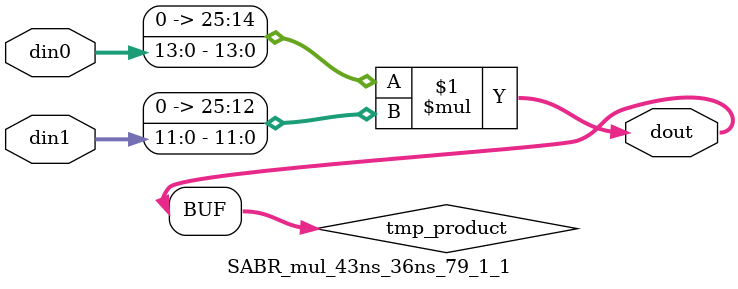
<source format=v>

`timescale 1 ns / 1 ps

 module SABR_mul_43ns_36ns_79_1_1(din0, din1, dout);
parameter ID = 1;
parameter NUM_STAGE = 0;
parameter din0_WIDTH = 14;
parameter din1_WIDTH = 12;
parameter dout_WIDTH = 26;

input [din0_WIDTH - 1 : 0] din0; 
input [din1_WIDTH - 1 : 0] din1; 
output [dout_WIDTH - 1 : 0] dout;

wire signed [dout_WIDTH - 1 : 0] tmp_product;
























assign tmp_product = $signed({1'b0, din0}) * $signed({1'b0, din1});











assign dout = tmp_product;





















endmodule

</source>
